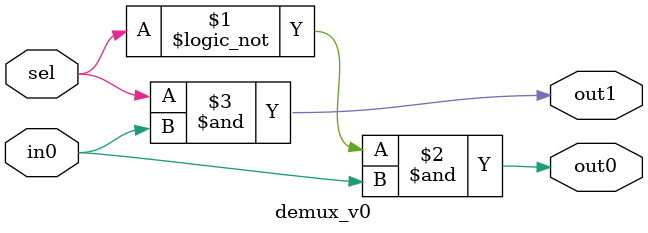
<source format=v>
`timescale 1ns / 1ps


module demux_v0(input sel,
                input in0,
                output out0,
                output out1

    );
    assign out0 = !sel&in0;
    assign out1 = sel&in0;
endmodule

</source>
